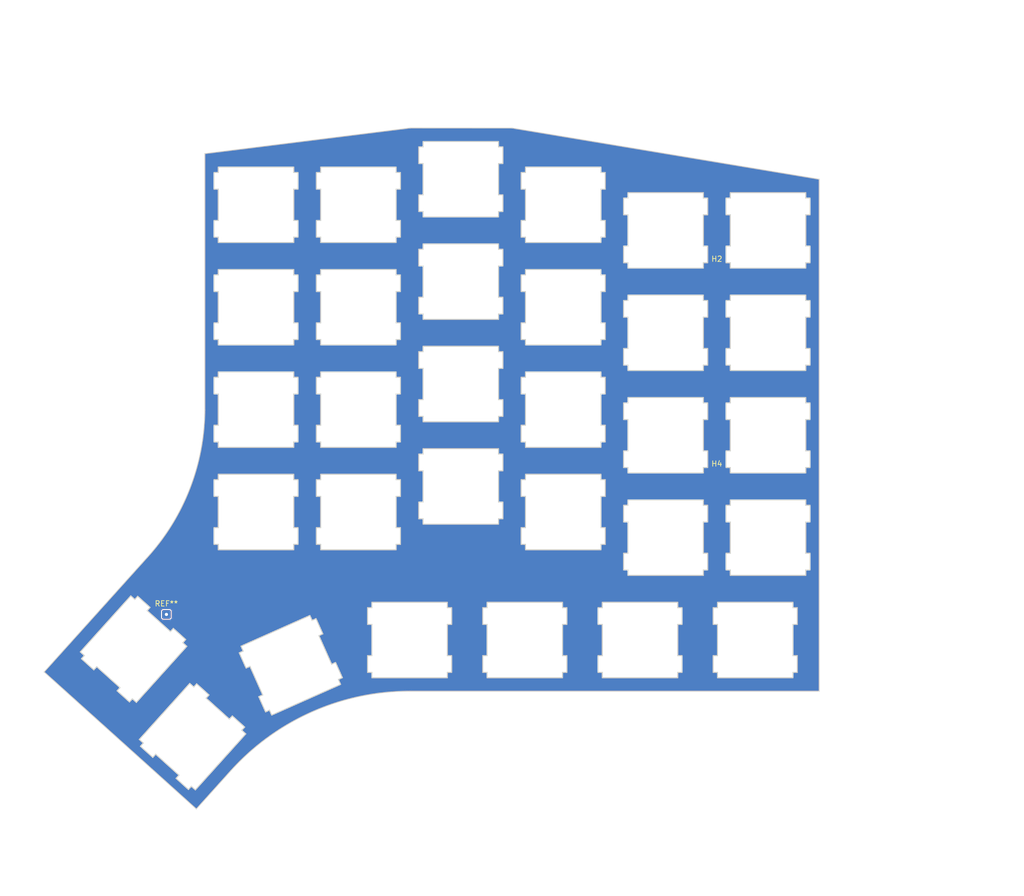
<source format=kicad_pcb>
(kicad_pcb (version 20210606) (generator pcbnew)
  (layers (0 "F.Cu" signal) (31 "B.Cu" signal) (34 "B.Paste" user) (35 "F.Paste" user) (36 "B.SilkS" user "B.Silkscreen") (37 "F.SilkS" user "F.Silkscreen") (38 "B.Mask" user) (39 "F.Mask" user) (44 "Edge.Cuts" user))
  (net 0 "")
  (footprint "blackwing:CUTOUT_CHERRY_MX_1.00u" (layer "F.Cu") (at 127.845071 73.752437 180))
  (footprint "blackwing:CUTOUT_CHERRY_MX_1.50u" (layer "F.Cu") (at 14.745655 94.647207 -132))
  (footprint "blackwing:CUTOUT_CHERRY_MX_1.00u" (layer "F.Cu") (at 104.095071 92.752437 180))
  (footprint "blackwing:CUTOUT_CHERRY_MX_1.00u" (layer "F.Cu") (at 108.845071 73.752437 180))
  (footprint "blackwing:CUTOUT_CHERRY_MX_1.00u" (layer "F.Cu") (at 25.686655 110.890208 -132))
  (footprint "blackwing:CUTOUT_CHERRY_MX_1.00u" (layer "F.Cu") (at 41.587889 98.031359 -156))
  (footprint "blackwing:CUTOUT_CHERRY_MX_1.00u" (layer "F.Cu") (at 61.345071 92.752437 180))
  (footprint "blackwing:CUTOUT_CHERRY_MX_1.25u" (layer "F.Cu") (at 82.720071 92.752437 180))
  (footprint "blackwing:CUTOUT_CHERRY_MX_1.25u" (layer "F.Cu") (at 125.470072 92.752437 180))
  (footprint "blackwing:CUTOUT_CHERRY_MX_1.00u" (layer "F.Cu") (at 51.845072 50.002438 180))
  (footprint "blackwing:CUTOUT_CHERRY_MX_1.00u" (layer "F.Cu") (at 32.845072 50.002437 180))
  (footprint "blackwing:CUTOUT_CHERRY_MX_1.00u" (layer "F.Cu") (at 127.845072 35.752437 180))
  (footprint "blackwing:CUTOUT_CHERRY_MX_1.00u" (layer "F.Cu") (at 108.845071 35.752437 180))
  (footprint "blackwing:CUTOUT_CHERRY_MX_1.00u" (layer "F.Cu") (at 89.845072 31.002438 180))
  (footprint "blackwing:CUTOUT_CHERRY_MX_1.00u" (layer "F.Cu") (at 70.845072 26.252438 180))
  (footprint "blackwing:CUTOUT_CHERRY_MX_1.00u" (layer "F.Cu") (at 51.845071 31.002437 180))
  (footprint "blackwing:CUTOUT_CHERRY_MX_1.00u" (layer "F.Cu") (at 32.845071 31.002437 180))
  (footprint "blackwing:CUTOUT_CHERRY_MX_1.00u" (layer "F.Cu") (at 127.845071 16.752437 180))
  (footprint "blackwing:CUTOUT_CHERRY_MX_1.00u" (layer "F.Cu") (at 108.845071 16.752437 180))
  (footprint "blackwing:CUTOUT_CHERRY_MX_1.00u" (layer "F.Cu") (at 89.845071 12.002438 180))
  (footprint "blackwing:CUTOUT_CHERRY_MX_1.00u" (layer "F.Cu") (at 70.845071 7.252437 180))
  (footprint "blackwing:CUTOUT_CHERRY_MX_1.00u" (layer "F.Cu") (at 51.845072 12.002437 180))
  (footprint "blackwing:CUTOUT_CHERRY_MX_1.00u" (layer "F.Cu") (at 32.845072 12.002438 180))
  (footprint "blackwing:CUTOUT_CHERRY_MX_1.00u" (layer "F.Cu") (at 89.845072 50.002437 180))
  (footprint "blackwing:CUTOUT_CHERRY_MX_1.00u" (layer "F.Cu") (at 108.845072 54.752437 180))
  (footprint "blackwing:CUTOUT_CHERRY_MX_1.00u" (layer "F.Cu") (at 127.845071 54.752438 180))
  (footprint "blackwing:CUTOUT_CHERRY_MX_1.00u" (layer "F.Cu") (at 32.845072 69.002437 180))
  (footprint "blackwing:CUTOUT_CHERRY_MX_1.00u" (layer "F.Cu") (at 51.845071 69.002438 180))
  (footprint "blackwing:CUTOUT_CHERRY_MX_1.00u" (layer "F.Cu") (at 70.845071 64.252437 180))
  (footprint "blackwing:CUTOUT_CHERRY_MX_1.00u" (layer "F.Cu") (at 89.845071 69.002437 180))
  (footprint "blackwing:CUTOUT_CHERRY_MX_1.00u" (layer "F.Cu") (at 70.845071 45.252438 180))
  (footprint "MountingHole:MountingHole_3.2mm_M3" (layer "F.Cu") (at 120.885072 59.172437))
  (footprint "Connector_Wire:SolderWire-0.1sqmm_1x01_D0.4mm_OD1mm" (layer "F.Cu") (at 18.760072 82.922437))
  (footprint "MountingHole:MountingHole_3.2mm_M3" (layer "F.Cu") (at 120.885072 21.172437))
  (gr_line (start 63.985071 -7.340062) (end 82.885072 -7.327562) (layer "Edge.Cuts") (width 0.15))
  (gr_line (start -3.925277 93.593222) (end 24.314225 119.020185) (layer "Edge.Cuts") (width 0.15))
  (gr_line (start 139.885072 97.172437) (end 63.885071 97.172438) (layer "Edge.Cuts") (width 0.15))
  (gr_line (start 24.314225 119.020185) (end 30.670966 111.960309) (layer "Edge.Cuts") (width 0.15))
  (gr_arc (start -15.176219 44.723525) (end 25.885071 45.012437) (angle 42) (layer "Edge.Cuts") (width 0.15))
  (gr_line (start 82.885072 -7.327562) (end 139.885072 2.172437) (layer "Edge.Cuts") (width 0.15))
  (gr_line (start 25.885071 -2.577563) (end 25.885071 45.012437) (layer "Edge.Cuts") (width 0.15))
  (gr_line (start -3.925277 93.593222) (end 15.144946 72.413595) (layer "Edge.Cuts") (width 0.15))
  (gr_line (start 139.885072 2.172437) (end 139.885072 97.172437) (layer "Edge.Cuts") (width 0.15))
  (gr_line (start 25.885071 -2.577563) (end 63.985071 -7.340062) (layer "Edge.Cuts") (width 0.15))
  (gr_arc (start 63.885071 141.866423) (end 63.885071 97.172438) (angle -48) (layer "Edge.Cuts") (width 0.15))
  (zone (net 0) (net_name "") (layers F&B.Cu) (connect_pads (clearance 0)) (min_thickness 0.254) (fill yes (thermal_gap 0.508) (thermal_bridge_width 0.508))
    (polygon (pts (xy 177.885072 135.172438) (xy -12.114929 135.172437) (xy -12.114929 -31.077563) (xy 177.885071 -31.077563)))
  )
)
</source>
